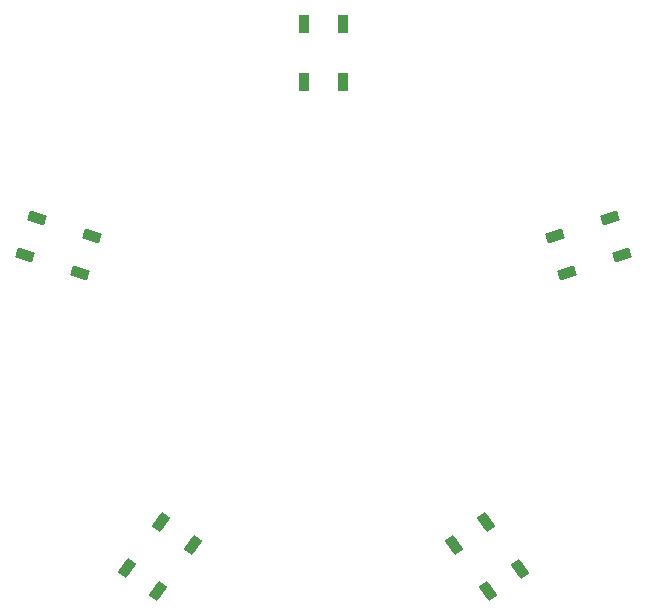
<source format=gbr>
%TF.GenerationSoftware,KiCad,Pcbnew,8.0.6*%
%TF.CreationDate,2024-11-25T17:42:41+01:00*%
%TF.ProjectId,star,73746172-2e6b-4696-9361-645f70636258,rev?*%
%TF.SameCoordinates,Original*%
%TF.FileFunction,Paste,Bot*%
%TF.FilePolarity,Positive*%
%FSLAX46Y46*%
G04 Gerber Fmt 4.6, Leading zero omitted, Abs format (unit mm)*
G04 Created by KiCad (PCBNEW 8.0.6) date 2024-11-25 17:42:41*
%MOMM*%
%LPD*%
G01*
G04 APERTURE LIST*
G04 Aperture macros list*
%AMRoundRect*
0 Rectangle with rounded corners*
0 $1 Rounding radius*
0 $2 $3 $4 $5 $6 $7 $8 $9 X,Y pos of 4 corners*
0 Add a 4 corners polygon primitive as box body*
4,1,4,$2,$3,$4,$5,$6,$7,$8,$9,$2,$3,0*
0 Add four circle primitives for the rounded corners*
1,1,$1+$1,$2,$3*
1,1,$1+$1,$4,$5*
1,1,$1+$1,$6,$7*
1,1,$1+$1,$8,$9*
0 Add four rect primitives between the rounded corners*
20,1,$1+$1,$2,$3,$4,$5,0*
20,1,$1+$1,$4,$5,$6,$7,0*
20,1,$1+$1,$6,$7,$8,$9,0*
20,1,$1+$1,$8,$9,$2,$3,0*%
G04 Aperture macros list end*
%ADD10RoundRect,0.090000X-0.516451X-0.546332X0.738943X-0.138429X0.516451X0.546332X-0.738943X0.138429X0*%
%ADD11RoundRect,0.090000X0.360000X-0.660000X0.360000X0.660000X-0.360000X0.660000X-0.360000X-0.660000X0*%
%ADD12RoundRect,0.090000X-0.679184X0.322349X0.096692X-0.745554X0.679184X-0.322349X-0.096692X0.745554X0*%
%ADD13RoundRect,0.090000X0.096692X0.745554X-0.679184X-0.322349X-0.096692X-0.745554X0.679184X0.322349X0*%
%ADD14RoundRect,0.090000X0.738943X0.138429X-0.516451X0.546332X-0.738943X-0.138429X0.516451X-0.546332X0*%
G04 APERTURE END LIST*
D10*
%TO.C,D18*%
X143784789Y-102941335D03*
X142765034Y-99802848D03*
X147425211Y-98288665D03*
X148444966Y-101427152D03*
%TD*%
D11*
%TO.C,D17*%
X124815000Y-86760000D03*
X121515000Y-86760000D03*
X121515000Y-81860000D03*
X124815000Y-81860000D03*
%TD*%
D12*
%TO.C,D19*%
X134260048Y-125962754D03*
X136929804Y-124023063D03*
X139809952Y-127987246D03*
X137140196Y-129926937D03*
%TD*%
D13*
%TO.C,D15*%
X109415196Y-124013063D03*
X112084952Y-125952754D03*
X109204804Y-129916937D03*
X106535048Y-127977246D03*
%TD*%
D14*
%TO.C,D16*%
X103599966Y-99832848D03*
X102580211Y-102971335D03*
X97920034Y-101457152D03*
X98939789Y-98318665D03*
%TD*%
M02*

</source>
